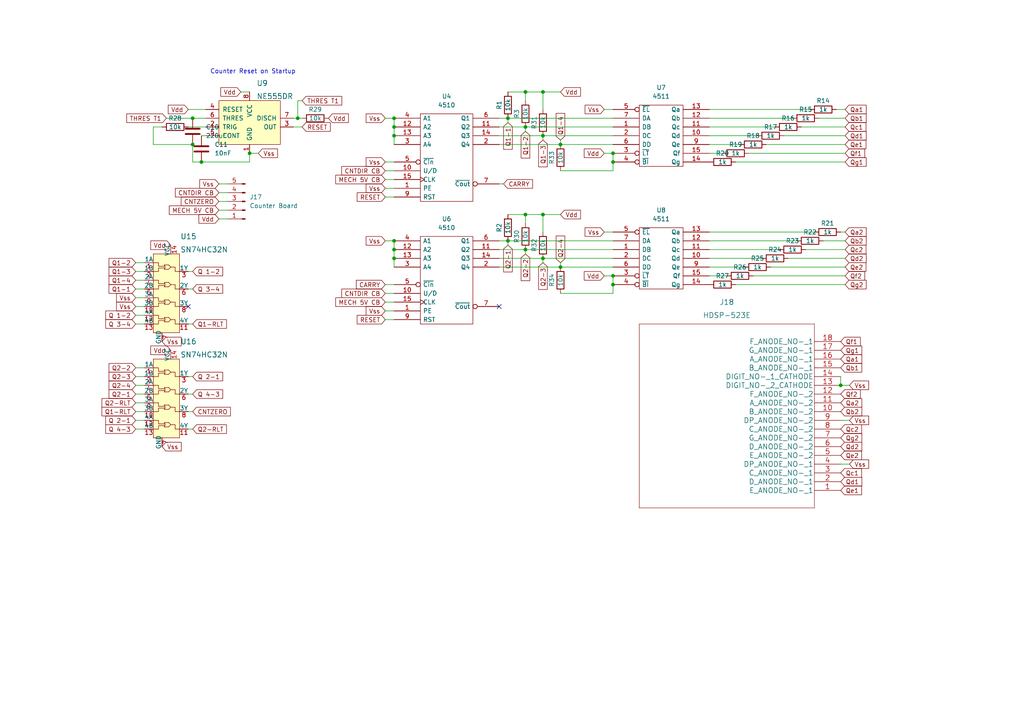
<source format=kicad_sch>
(kicad_sch (version 20211123) (generator eeschema)
  (paper "A4")
  (lib_symbols
    (symbol "2023-02-25_03-15-21:HDSP-523E" (pin_names (offset 0.254))
      (property "Reference" "J" (at 33.02 10.16 0))
      (property "Value" "HDSP-523E" (at 33.02 7.62 0))
      (symbol "HDSP-523E_1_1"
        (polyline (pts (xy 7.62 -48.26) (xy 58.42 -48.26)) (stroke (width 0.127)))
        (polyline (pts (xy 7.62 5.08) (xy 7.62 -48.26)) (stroke (width 0.127)))
        (polyline (pts (xy 58.42 -48.26) (xy 58.42 5.08)) (stroke (width 0.127)))
        (polyline (pts (xy 58.42 5.08) (xy 7.62 5.08)) (stroke (width 0.127)))
        (pin bidirectional line (at 0 0 0) (length 7.62) (name "E_ANODE_NO-_1") (number "1"))
        (pin bidirectional line (at 0 -22.86 0) (length 7.62) (name "B_ANODE_NO-_2") (number "10"))
        (pin bidirectional line (at 0 -25.4 0) (length 7.62) (name "A_ANODE_NO-_2") (number "11"))
        (pin bidirectional line (at 0 -27.94 0) (length 7.62) (name "F_ANODE_NO-_2") (number "12"))
        (pin bidirectional line (at 0 -30.48 0) (length 7.62) (name "DIGIT_NO-_2_CATHODE") (number "13"))
        (pin bidirectional line (at 0 -33.02 0) (length 7.62) (name "DIGIT_NO-_1_CATHODE") (number "14"))
        (pin bidirectional line (at 0 -35.56 0) (length 7.62) (name "B_ANODE_NO-_1") (number "15"))
        (pin bidirectional line (at 0 -38.1 0) (length 7.62) (name "A_ANODE_NO-_1") (number "16"))
        (pin bidirectional line (at 0 -40.64 0) (length 7.62) (name "G_ANODE_NO-_1") (number "17"))
        (pin bidirectional line (at 0 -43.18 0) (length 7.62) (name "F_ANODE_NO-_1") (number "18"))
        (pin bidirectional line (at 0 -2.54 0) (length 7.62) (name "D_ANODE_NO-_1") (number "2"))
        (pin bidirectional line (at 0 -5.08 0) (length 7.62) (name "C_ANODE_NO-_1") (number "3"))
        (pin bidirectional line (at 0 -7.62 0) (length 7.62) (name "DP_ANODE_NO-_1") (number "4"))
        (pin bidirectional line (at 0 -10.16 0) (length 7.62) (name "E_ANODE_NO-_2") (number "5"))
        (pin bidirectional line (at 0 -12.7 0) (length 7.62) (name "D_ANODE_NO-_2") (number "6"))
        (pin unspecified line (at 0 -15.24 0) (length 7.62) (name "G_ANODE_NO-_2") (number "7"))
        (pin bidirectional line (at 0 -17.78 0) (length 7.62) (name "C_ANODE_NO-_2") (number "8"))
        (pin bidirectional line (at 0 -20.32 0) (length 7.62) (name "DP_ANODE_NO-_2") (number "9"))
      )
    )
    (symbol "4xxx_IEEE:4510" (pin_names (offset 0.762))
      (property "Reference" "U" (at 0.508 15.24 0))
      (property "Value" "4510" (at 1.27 -15.24 0))
      (symbol "4510_0_1"
        (rectangle (start -7.62 12.7) (end 7.62 -12.7))
      )
      (symbol "4510_1_1"
        (pin input line (at -15.24 -8.89 0) (length 7.62) (name "PE") (number "1"))
        (pin input line (at -15.24 -3.81 0) (length 7.62) (name "U/D") (number "10"))
        (pin output line (at 15.24 8.89 180) (length 7.62) (name "Q2") (number "11"))
        (pin input line (at -15.24 8.89 0) (length 7.62) (name "A2") (number "12"))
        (pin input line (at -15.24 6.35 0) (length 7.62) (name "A3") (number "13"))
        (pin output line (at 15.24 6.35 180) (length 7.62) (name "Q3") (number "14"))
        (pin input clock (at -15.24 -6.35 0) (length 7.62) (name "CLK") (number "15"))
        (pin power_in line (at 0 12.7 270) (length 0) hide (name "Vdd") (number "16"))
        (pin output line (at 15.24 3.81 180) (length 7.62) (name "Q4") (number "2"))
        (pin input line (at -15.24 3.81 0) (length 7.62) (name "A4") (number "3"))
        (pin input line (at -15.24 11.43 0) (length 7.62) (name "A1") (number "4"))
        (pin input inverted (at -15.24 -1.27 0) (length 7.62) (name "~{Cin}") (number "5"))
        (pin output line (at 15.24 11.43 180) (length 7.62) (name "Q1") (number "6"))
        (pin output inverted (at 15.24 -7.62 180) (length 7.62) (name "~{Cout}") (number "7"))
        (pin power_in line (at 0 -12.7 90) (length 0) hide (name "Vss") (number "8"))
        (pin input line (at -15.24 -11.43 0) (length 7.62) (name "RST") (number "9"))
      )
    )
    (symbol "4xxx_IEEE:4511" (pin_names (offset 0.762))
      (property "Reference" "U" (at 8.89 11.43 0))
      (property "Value" "4511" (at 8.89 -11.43 0))
      (symbol "4511_0_1"
        (rectangle (start -6.35 8.89) (end 6.35 -8.89))
      )
      (symbol "4511_1_1"
        (pin input line (at -13.97 2.54 0) (length 7.62) (name "DB") (number "1"))
        (pin output line (at 13.97 0 180) (length 7.62) (name "Qd") (number "10"))
        (pin output line (at 13.97 2.54 180) (length 7.62) (name "Qc") (number "11"))
        (pin output line (at 13.97 5.08 180) (length 7.62) (name "Qb") (number "12"))
        (pin output line (at 13.97 7.62 180) (length 7.62) (name "Qa") (number "13"))
        (pin output line (at 13.97 -7.62 180) (length 7.62) (name "Qg") (number "14"))
        (pin output line (at 13.97 -5.08 180) (length 7.62) (name "Qf") (number "15"))
        (pin power_in line (at 0 8.89 270) (length 0) hide (name "Vdd") (number "16"))
        (pin input line (at -13.97 0 0) (length 7.62) (name "DC") (number "2"))
        (pin input inverted (at -13.97 -5.08 0) (length 7.62) (name "~{LT}") (number "3"))
        (pin input inverted (at -13.97 -7.62 0) (length 7.62) (name "~{BI}") (number "4"))
        (pin input inverted (at -13.97 7.62 0) (length 7.62) (name "~{EL}") (number "5"))
        (pin input line (at -13.97 -2.54 0) (length 7.62) (name "DD") (number "6"))
        (pin input line (at -13.97 5.08 0) (length 7.62) (name "DA") (number "7"))
        (pin power_in line (at 0 -8.89 90) (length 0) hide (name "Vss") (number "8"))
        (pin output line (at 13.97 -2.54 180) (length 7.62) (name "Qe") (number "9"))
      )
    )
    (symbol "Connector:Conn_01x05_Male" (pin_names (offset 1.016) hide)
      (property "Reference" "J" (at 0 7.62 0))
      (property "Value" "Conn_01x05_Male" (at 0 -7.62 0))
      (symbol "Conn_01x05_Male_1_1"
        (polyline (pts (xy 1.27 -5.08) (xy 0.8636 -5.08)) (stroke (width 0.1524)))
        (polyline (pts (xy 1.27 -2.54) (xy 0.8636 -2.54)) (stroke (width 0.1524)))
        (polyline (pts (xy 1.27 0) (xy 0.8636 0)) (stroke (width 0.1524)))
        (polyline (pts (xy 1.27 2.54) (xy 0.8636 2.54)) (stroke (width 0.1524)))
        (polyline (pts (xy 1.27 5.08) (xy 0.8636 5.08)) (stroke (width 0.1524)))
        (rectangle (start 0.8636 -4.953) (end 0 -5.207) (stroke (width 0.1524)) (fill (type outline)))
        (rectangle (start 0.8636 -2.413) (end 0 -2.667) (stroke (width 0.1524)) (fill (type outline)))
        (rectangle (start 0.8636 0.127) (end 0 -0.127) (stroke (width 0.1524)) (fill (type outline)))
        (rectangle (start 0.8636 2.667) (end 0 2.413) (stroke (width 0.1524)) (fill (type outline)))
        (rectangle (start 0.8636 5.207) (end 0 4.953) (stroke (width 0.1524)) (fill (type outline)))
        (pin passive line (at 5.08 5.08 180) (length 3.81) (name "Pin_1") (number "1"))
        (pin passive line (at 5.08 2.54 180) (length 3.81) (name "Pin_2") (number "2"))
        (pin passive line (at 5.08 0 180) (length 3.81) (name "Pin_3") (number "3"))
        (pin passive line (at 5.08 -2.54 180) (length 3.81) (name "Pin_4") (number "4"))
        (pin passive line (at 5.08 -5.08 180) (length 3.81) (name "Pin_5") (number "5"))
      )
    )
    (symbol "Device:C" (pin_numbers hide) (pin_names (offset 0.254))
      (property "Reference" "C" (at 0.635 2.54 0))
      (property "Value" "C" (at 0.635 -2.54 0))
      (symbol "C_0_1"
        (polyline (pts (xy -2.032 -0.762) (xy 2.032 -0.762)) (stroke (width 0.508)))
        (polyline (pts (xy -2.032 0.762) (xy 2.032 0.762)) (stroke (width 0.508)))
      )
      (symbol "C_1_1"
        (pin passive line (at 0 3.81 270) (length 2.794) (name "~") (number "1"))
        (pin passive line (at 0 -3.81 90) (length 2.794) (name "~") (number "2"))
      )
    )
    (symbol "Device:R" (pin_numbers hide) (pin_names (offset 0))
      (property "Reference" "R" (at 2.032 0 90))
      (property "Value" "R" (at 0 0 90))
      (symbol "R_0_1"
        (rectangle (start -1.016 -2.54) (end 1.016 2.54) (stroke (width 0.254)))
      )
      (symbol "R_1_1"
        (pin passive line (at 0 3.81 270) (length 1.27) (name "~") (number "1"))
        (pin passive line (at 0 -3.81 90) (length 1.27) (name "~") (number "2"))
      )
    )
    (symbol "dk_Clock-Timing-Programmable-Timers-and-Oscillators:NE555DR" (pin_names (offset 1.016))
      (property "Reference" "U" (at -8.89 1.27 0))
      (property "Value" "NE555DR" (at 1.27 -13.97 0))
      (symbol "NE555DR_0_1"
        (rectangle (start -8.89 0) (end 8.89 -12.7) (fill (type background)))
      )
      (symbol "NE555DR_1_1"
        (pin power_in line (at 0 -15.24 90) (length 2.54) (name "GND") (number "1"))
        (pin input line (at -12.7 -7.62 0) (length 3.81) (name "TRIG") (number "2"))
        (pin output line (at 12.7 -7.62 180) (length 3.81) (name "OUT") (number "3"))
        (pin input line (at -12.7 -2.54 0) (length 3.81) (name "RESET") (number "4"))
        (pin bidirectional line (at -12.7 -10.16 0) (length 3.81) (name "CONT") (number "5"))
        (pin input line (at -12.7 -5.08 0) (length 3.81) (name "THRES") (number "6"))
        (pin output line (at 12.7 -5.08 180) (length 3.81) (name "DISCH") (number "7"))
        (pin power_in line (at 0 2.54 270) (length 2.54) (name "VCC") (number "8"))
      )
    )
    (symbol "dk_Logic-Gates-and-Inverters:SN74HC32N" (pin_names (offset 0))
      (property "Reference" "U" (at -2.54 6.096 0))
      (property "Value" "SN74HC32N" (at -0.508 -19.05 0))
      (symbol "SN74HC32N_0_1"
        (rectangle (start -5.08 5.08) (end 2.54 -17.78) (fill (type background)))
        (arc (start -1.905 -14.605) (mid -1.642 -13.97) (end -1.905 -13.335))
        (arc (start -1.905 -9.525) (mid -1.642 -8.89) (end -1.905 -8.255))
        (arc (start -1.905 -4.445) (mid -1.642 -3.81) (end -1.905 -3.175))
        (arc (start -1.905 0.635) (mid -1.642 1.27) (end -1.905 1.905))
        (polyline (pts (xy -1.905 -14.224) (xy -1.778 -14.224)))
        (polyline (pts (xy -1.905 -13.716) (xy -1.778 -13.716)))
        (polyline (pts (xy -1.905 -9.144) (xy -1.778 -9.144)))
        (polyline (pts (xy -1.905 -8.636) (xy -1.778 -8.636)))
        (polyline (pts (xy -1.905 -4.064) (xy -1.778 -4.064)))
        (polyline (pts (xy -1.905 -3.556) (xy -1.778 -3.556)))
        (polyline (pts (xy -1.905 1.016) (xy -1.778 1.016)))
        (polyline (pts (xy -1.905 1.524) (xy -1.778 1.524)))
        (polyline (pts (xy -0.635 -14.605) (xy -1.905 -14.605)))
        (polyline (pts (xy -0.635 -13.335) (xy -1.905 -13.335)))
        (polyline (pts (xy -0.635 -9.525) (xy -1.905 -9.525)))
        (polyline (pts (xy -0.635 -8.255) (xy -1.905 -8.255)))
        (polyline (pts (xy -0.635 -4.445) (xy -1.905 -4.445)))
        (polyline (pts (xy -0.635 -3.175) (xy -1.905 -3.175)))
        (polyline (pts (xy -0.635 0.635) (xy -1.905 0.635)))
        (polyline (pts (xy -0.635 1.905) (xy -1.905 1.905)))
        (polyline (pts (xy -0.635 -13.335) (xy 0 -13.97) (xy -0.635 -14.605)))
        (polyline (pts (xy -0.635 -8.255) (xy 0 -8.89) (xy -0.635 -9.525)))
        (polyline (pts (xy -0.635 -3.175) (xy 0 -3.81) (xy -0.635 -4.445)))
        (polyline (pts (xy -0.635 1.905) (xy 0 1.27) (xy -0.635 0.635)))
        (polyline (pts (xy -5.08 -15.24) (xy -3.556 -15.24) (xy -3.556 -14.224) (xy -1.905 -14.224)))
        (polyline (pts (xy -5.08 -10.16) (xy -3.556 -10.16) (xy -3.556 -9.144) (xy -1.905 -9.144)))
        (polyline (pts (xy -5.08 -5.08) (xy -3.556 -5.08) (xy -3.556 -4.064) (xy -1.905 -4.064)))
        (polyline (pts (xy -5.08 0) (xy -3.556 0) (xy -3.556 1.016) (xy -1.905 1.016)))
        (polyline (pts (xy -1.905 -13.716) (xy -3.556 -13.716) (xy -3.556 -12.7) (xy -5.08 -12.7)))
        (polyline (pts (xy -1.905 -8.636) (xy -3.556 -8.636) (xy -3.556 -7.62) (xy -5.08 -7.62)))
        (polyline (pts (xy -1.905 -3.556) (xy -3.556 -3.556) (xy -3.556 -2.54) (xy -5.08 -2.54)))
        (polyline (pts (xy -1.905 1.524) (xy -3.556 1.524) (xy -3.556 2.54) (xy -5.08 2.54)))
        (polyline (pts (xy 2.54 -15.24) (xy 1.27 -15.24) (xy 1.27 -13.97) (xy 0 -13.97)))
        (polyline (pts (xy 2.54 -10.16) (xy 1.27 -10.16) (xy 1.27 -8.89) (xy 0 -8.89)))
        (polyline (pts (xy 2.54 -5.08) (xy 1.27 -5.08) (xy 1.27 -3.81) (xy 0 -3.81)))
        (polyline (pts (xy 2.54 0) (xy 1.27 0) (xy 1.27 1.27) (xy 0 1.27)))
      )
      (symbol "SN74HC32N_1_1"
        (pin input line (at -7.62 2.54 0) (length 2.54) (name "1A") (number "1"))
        (pin input line (at -7.62 -10.16 0) (length 2.54) (name "3B") (number "10"))
        (pin output line (at 5.08 -15.24 180) (length 2.54) (name "4Y") (number "11"))
        (pin input line (at -7.62 -12.7 0) (length 2.54) (name "4A") (number "12"))
        (pin input line (at -7.62 -15.24 0) (length 2.54) (name "4B") (number "13"))
        (pin power_in line (at 0 7.62 270) (length 2.54) (name "VCC") (number "14"))
        (pin input line (at -7.62 0 0) (length 2.54) (name "1B") (number "2"))
        (pin output line (at 5.08 0 180) (length 2.54) (name "1Y") (number "3"))
        (pin input line (at -7.62 -2.54 0) (length 2.54) (name "2A") (number "4"))
        (pin input line (at -7.62 -5.08 0) (length 2.54) (name "2B") (number "5"))
        (pin output line (at 5.08 -5.08 180) (length 2.54) (name "2Y") (number "6"))
        (pin power_in line (at -2.54 -20.32 90) (length 2.54) (name "GND") (number "7"))
        (pin output line (at 5.08 -10.16 180) (length 2.54) (name "3Y") (number "8"))
        (pin input line (at -7.62 -7.62 0) (length 2.54) (name "3A") (number "9"))
      )
    )
  )
  (junction (at 114.3 74.93))
  (junction (at 86.36 34.29))
  (junction (at 177.8 82.55))
  (junction (at 72.39 44.45))
  (junction (at 157.48 26.67))
  (junction (at 114.3 36.83))
  (junction (at 157.48 74.93))
  (junction (at 152.4 26.67))
  (junction (at 58.42 46.99))
  (junction (at 152.4 62.23))
  (junction (at 147.32 69.85))
  (junction (at 114.3 34.29))
  (junction (at 114.3 72.39))
  (junction (at 114.3 39.37))
  (junction (at 162.56 41.91))
  (junction (at 55.88 34.29))
  (junction (at 162.56 77.47))
  (junction (at 243.84 111.76))
  (junction (at 152.4 72.39))
  (junction (at 177.8 46.99))
  (junction (at 157.48 39.37))
  (junction (at 152.4 36.83))
  (junction (at 114.3 69.85))
  (junction (at 157.48 62.23))
  (junction (at 147.32 34.29))
  (junction (at 55.88 41.91))
  (junction (at 177.8 44.45))
  (junction (at 177.8 80.01))
  (no_connect (at 144.78 88.9))
  (no_connect (at 54.61 88.9))
  (wire (pts (xy 39.37 83.82) (xy 41.91 83.82)))
  (wire (pts (xy 213.36 46.99) (xy 245.11 46.99)))
  (wire (pts (xy 63.5 63.5) (xy 66.04 63.5)))
  (wire (pts (xy 227.33 39.37) (xy 245.11 39.37)))
  (wire (pts (xy 243.84 121.92) (xy 246.38 121.92)))
  (wire (pts (xy 44.45 41.91) (xy 55.88 41.91)))
  (wire (pts (xy 144.78 36.83) (xy 152.4 36.83)))
  (wire (pts (xy 205.74 39.37) (xy 219.71 39.37)))
  (wire (pts (xy 157.48 62.23) (xy 157.48 67.31)))
  (wire (pts (xy 205.74 36.83) (xy 224.79 36.83)))
  (wire (pts (xy 144.78 53.34) (xy 146.05 53.34)))
  (wire (pts (xy 86.36 34.29) (xy 87.63 34.29)))
  (wire (pts (xy 177.8 82.55) (xy 177.8 85.09)))
  (wire (pts (xy 39.37 111.76) (xy 41.91 111.76)))
  (wire (pts (xy 39.37 124.46) (xy 41.91 124.46)))
  (wire (pts (xy 157.48 74.93) (xy 177.8 74.93)))
  (wire (pts (xy 157.48 62.23) (xy 162.56 62.23)))
  (wire (pts (xy 177.8 85.09) (xy 162.56 85.09)))
  (wire (pts (xy 147.32 34.29) (xy 177.8 34.29)))
  (wire (pts (xy 54.61 31.75) (xy 59.69 31.75)))
  (wire (pts (xy 144.78 34.29) (xy 147.32 34.29)))
  (wire (pts (xy 147.32 62.23) (xy 152.4 62.23)))
  (wire (pts (xy 54.61 114.3) (xy 55.88 114.3)))
  (wire (pts (xy 85.09 34.29) (xy 86.36 34.29)))
  (wire (pts (xy 111.76 90.17) (xy 114.3 90.17)))
  (wire (pts (xy 144.78 77.47) (xy 162.56 77.47)))
  (wire (pts (xy 205.74 77.47) (xy 215.9 77.47)))
  (wire (pts (xy 152.4 26.67) (xy 157.48 26.67)))
  (wire (pts (xy 157.48 26.67) (xy 157.48 31.75)))
  (wire (pts (xy 111.76 34.29) (xy 114.3 34.29)))
  (wire (pts (xy 157.48 39.37) (xy 177.8 39.37)))
  (wire (pts (xy 175.26 44.45) (xy 177.8 44.45)))
  (wire (pts (xy 205.74 41.91) (xy 214.63 41.91)))
  (wire (pts (xy 177.8 44.45) (xy 177.8 46.99)))
  (wire (pts (xy 72.39 44.45) (xy 74.93 44.45)))
  (wire (pts (xy 39.37 81.28) (xy 41.91 81.28)))
  (wire (pts (xy 111.76 49.53) (xy 114.3 49.53)))
  (wire (pts (xy 39.37 78.74) (xy 41.91 78.74)))
  (wire (pts (xy 147.32 69.85) (xy 177.8 69.85)))
  (wire (pts (xy 54.61 78.74) (xy 55.88 78.74)))
  (wire (pts (xy 63.5 58.42) (xy 66.04 58.42)))
  (wire (pts (xy 54.61 93.98) (xy 55.88 93.98)))
  (wire (pts (xy 162.56 76.2) (xy 162.56 77.47)))
  (wire (pts (xy 238.76 69.85) (xy 245.11 69.85)))
  (wire (pts (xy 162.56 77.47) (xy 177.8 77.47)))
  (wire (pts (xy 111.76 52.07) (xy 114.3 52.07)))
  (wire (pts (xy 72.39 46.99) (xy 72.39 44.45)))
  (wire (pts (xy 55.88 46.99) (xy 58.42 46.99)))
  (wire (pts (xy 243.84 109.22) (xy 243.84 111.76)))
  (wire (pts (xy 205.74 72.39) (xy 226.06 72.39)))
  (wire (pts (xy 114.3 34.29) (xy 114.3 36.83)))
  (wire (pts (xy 144.78 69.85) (xy 147.32 69.85)))
  (wire (pts (xy 114.3 39.37) (xy 114.3 41.91)))
  (wire (pts (xy 39.37 116.84) (xy 41.91 116.84)))
  (wire (pts (xy 111.76 57.15) (xy 114.3 57.15)))
  (wire (pts (xy 39.37 114.3) (xy 41.91 114.3)))
  (wire (pts (xy 152.4 72.39) (xy 152.4 73.66)))
  (wire (pts (xy 111.76 87.63) (xy 114.3 87.63)))
  (wire (pts (xy 54.61 119.38) (xy 55.88 119.38)))
  (wire (pts (xy 111.76 69.85) (xy 114.3 69.85)))
  (wire (pts (xy 232.41 36.83) (xy 245.11 36.83)))
  (wire (pts (xy 147.32 34.29) (xy 147.32 35.56)))
  (wire (pts (xy 205.74 44.45) (xy 209.55 44.45)))
  (wire (pts (xy 39.37 76.2) (xy 41.91 76.2)))
  (wire (pts (xy 144.78 74.93) (xy 157.48 74.93)))
  (wire (pts (xy 39.37 91.44) (xy 41.91 91.44)))
  (wire (pts (xy 58.42 39.37) (xy 59.69 39.37)))
  (wire (pts (xy 54.61 109.22) (xy 55.88 109.22)))
  (wire (pts (xy 152.4 72.39) (xy 177.8 72.39)))
  (wire (pts (xy 177.8 80.01) (xy 175.26 80.01)))
  (wire (pts (xy 152.4 36.83) (xy 152.4 38.1)))
  (wire (pts (xy 157.48 39.37) (xy 157.48 40.64)))
  (wire (pts (xy 54.61 36.83) (xy 59.69 36.83)))
  (wire (pts (xy 39.37 109.22) (xy 41.91 109.22)))
  (wire (pts (xy 237.49 34.29) (xy 245.11 34.29)))
  (wire (pts (xy 218.44 80.01) (xy 245.11 80.01)))
  (wire (pts (xy 243.84 111.76) (xy 246.38 111.76)))
  (wire (pts (xy 147.32 69.85) (xy 147.32 71.12)))
  (wire (pts (xy 54.61 83.82) (xy 55.88 83.82)))
  (wire (pts (xy 175.26 31.75) (xy 177.8 31.75)))
  (wire (pts (xy 87.63 29.21) (xy 86.36 29.21)))
  (wire (pts (xy 111.76 85.09) (xy 114.3 85.09)))
  (wire (pts (xy 217.17 44.45) (xy 245.11 44.45)))
  (wire (pts (xy 58.42 46.99) (xy 72.39 46.99)))
  (wire (pts (xy 63.5 53.34) (xy 66.04 53.34)))
  (wire (pts (xy 63.5 60.96) (xy 66.04 60.96)))
  (wire (pts (xy 157.48 26.67) (xy 162.56 26.67)))
  (wire (pts (xy 85.09 36.83) (xy 87.63 36.83)))
  (wire (pts (xy 243.84 67.31) (xy 245.11 67.31)))
  (wire (pts (xy 162.56 40.64) (xy 162.56 41.91)))
  (wire (pts (xy 175.26 67.31) (xy 177.8 67.31)))
  (wire (pts (xy 205.74 31.75) (xy 234.95 31.75)))
  (wire (pts (xy 205.74 67.31) (xy 236.22 67.31)))
  (wire (pts (xy 213.36 82.55) (xy 245.11 82.55)))
  (wire (pts (xy 144.78 41.91) (xy 162.56 41.91)))
  (wire (pts (xy 177.8 49.53) (xy 177.8 46.99)))
  (wire (pts (xy 157.48 74.93) (xy 157.48 76.2)))
  (wire (pts (xy 111.76 46.99) (xy 114.3 46.99)))
  (wire (pts (xy 39.37 93.98) (xy 41.91 93.98)))
  (wire (pts (xy 55.88 34.29) (xy 59.69 34.29)))
  (wire (pts (xy 111.76 82.55) (xy 114.3 82.55)))
  (wire (pts (xy 46.99 36.83) (xy 44.45 36.83)))
  (wire (pts (xy 63.5 55.88) (xy 66.04 55.88)))
  (wire (pts (xy 205.74 34.29) (xy 229.87 34.29)))
  (wire (pts (xy 152.4 26.67) (xy 152.4 29.21)))
  (wire (pts (xy 243.84 134.62) (xy 246.38 134.62)))
  (wire (pts (xy 55.88 41.91) (xy 55.88 46.99)))
  (wire (pts (xy 205.74 80.01) (xy 210.82 80.01)))
  (wire (pts (xy 152.4 62.23) (xy 152.4 64.77)))
  (wire (pts (xy 39.37 88.9) (xy 41.91 88.9)))
  (wire (pts (xy 111.76 54.61) (xy 114.3 54.61)))
  (wire (pts (xy 144.78 72.39) (xy 152.4 72.39)))
  (wire (pts (xy 205.74 69.85) (xy 231.14 69.85)))
  (wire (pts (xy 152.4 36.83) (xy 177.8 36.83)))
  (wire (pts (xy 205.74 74.93) (xy 220.98 74.93)))
  (wire (pts (xy 228.6 74.93) (xy 245.11 74.93)))
  (wire (pts (xy 144.78 39.37) (xy 157.48 39.37)))
  (wire (pts (xy 69.85 26.67) (xy 72.39 26.67)))
  (wire (pts (xy 114.3 74.93) (xy 114.3 77.47)))
  (wire (pts (xy 152.4 62.23) (xy 157.48 62.23)))
  (wire (pts (xy 222.25 41.91) (xy 245.11 41.91)))
  (wire (pts (xy 223.52 77.47) (xy 245.11 77.47)))
  (wire (pts (xy 147.32 26.67) (xy 152.4 26.67)))
  (wire (pts (xy 39.37 86.36) (xy 41.91 86.36)))
  (wire (pts (xy 114.3 36.83) (xy 114.3 39.37)))
  (wire (pts (xy 111.76 92.71) (xy 114.3 92.71)))
  (wire (pts (xy 86.36 29.21) (xy 86.36 34.29)))
  (wire (pts (xy 39.37 119.38) (xy 41.91 119.38)))
  (wire (pts (xy 177.8 82.55) (xy 177.8 80.01)))
  (wire (pts (xy 48.26 34.29) (xy 55.88 34.29)))
  (wire (pts (xy 114.3 72.39) (xy 114.3 74.93)))
  (wire (pts (xy 233.68 72.39) (xy 245.11 72.39)))
  (wire (pts (xy 39.37 121.92) (xy 41.91 121.92)))
  (wire (pts (xy 44.45 36.83) (xy 44.45 41.91)))
  (wire (pts (xy 114.3 69.85) (xy 114.3 72.39)))
  (wire (pts (xy 54.61 124.46) (xy 55.88 124.46)))
  (wire (pts (xy 162.56 49.53) (xy 177.8 49.53)))
  (wire (pts (xy 39.37 106.68) (xy 41.91 106.68)))
  (wire (pts (xy 162.56 41.91) (xy 177.8 41.91)))
  (wire (pts (xy 242.57 31.75) (xy 245.11 31.75)))
  (text "Counter Reset on Startup" (at 60.96 21.59 0) (effects (font (size 1.27 1.27)) (justify left bottom)))
  (global_label "Q1-4" (shape input) (at 162.56 40.64 90) (property "Intersheet References" "${INTERSHEET_REFS}" (effects hide)))
  (global_label "Q1-2" (shape input) (at 39.37 76.2 180) (property "Intersheet References" "${INTERSHEET_REFS}" (effects hide)))
  (global_label "Vss" (shape input) (at 111.76 54.61 180) (property "Intersheet References" "${INTERSHEET_REFS}" (effects hide)))
  (global_label "Q2-1" (shape input) (at 39.37 114.3 180) (property "Intersheet References" "${INTERSHEET_REFS}" (effects hide)))
  (global_label "Q1-1" (shape input) (at 147.32 35.56 270) (property "Intersheet References" "${INTERSHEET_REFS}" (effects hide)))
  (global_label "Vdd" (shape input) (at 162.56 62.23 0) (property "Intersheet References" "${INTERSHEET_REFS}" (effects hide)))
  (global_label "Vss" (shape input) (at 175.26 67.31 180) (property "Intersheet References" "${INTERSHEET_REFS}" (effects hide)))
  (global_label "Q2-2" (shape input) (at 39.37 106.68 180) (property "Intersheet References" "${INTERSHEET_REFS}" (effects hide)))
  (global_label "THRES T1" (shape input) (at 48.26 34.29 180) (property "Intersheet References" "${INTERSHEET_REFS}" (effects hide)))
  (global_label "Qc2" (shape input) (at 245.11 72.39 0) (property "Intersheet References" "${INTERSHEET_REFS}" (effects hide)))
  (global_label "Vdd" (shape input) (at 63.5 63.5 180) (property "Intersheet References" "${INTERSHEET_REFS}" (effects hide)))
  (global_label "Qb1" (shape input) (at 245.11 34.29 0) (property "Intersheet References" "${INTERSHEET_REFS}" (effects hide)))
  (global_label "Qd1" (shape input) (at 245.11 39.37 0) (property "Intersheet References" "${INTERSHEET_REFS}" (effects hide)))
  (global_label "Q 4-3" (shape input) (at 39.37 124.46 180) (property "Intersheet References" "${INTERSHEET_REFS}" (effects hide)))
  (global_label "Q 2-1" (shape input) (at 55.88 109.22 0) (property "Intersheet References" "${INTERSHEET_REFS}" (effects hide)))
  (global_label "Q2-2" (shape input) (at 152.4 73.66 270) (property "Intersheet References" "${INTERSHEET_REFS}" (effects hide)))
  (global_label "Vss" (shape input) (at 39.37 86.36 180) (property "Intersheet References" "${INTERSHEET_REFS}" (effects hide)))
  (global_label "Qc1" (shape input) (at 243.84 137.16 0) (property "Intersheet References" "${INTERSHEET_REFS}" (effects hide)))
  (global_label "Q2-RLT" (shape input) (at 55.88 124.46 0) (property "Intersheet References" "${INTERSHEET_REFS}" (effects hide)))
  (global_label "Q 2-1" (shape input) (at 39.37 121.92 180) (property "Intersheet References" "${INTERSHEET_REFS}" (effects hide)))
  (global_label "Qe2" (shape input) (at 245.11 77.47 0) (property "Intersheet References" "${INTERSHEET_REFS}" (effects hide)))
  (global_label "Vss" (shape input) (at 46.99 129.54 0) (property "Intersheet References" "${INTERSHEET_REFS}" (effects hide)))
  (global_label "CARRY" (shape input) (at 146.05 53.34 0) (property "Intersheet References" "${INTERSHEET_REFS}" (effects hide)))
  (global_label "Vss" (shape input) (at 246.38 121.92 0) (property "Intersheet References" "${INTERSHEET_REFS}" (effects hide)))
  (global_label "Qf2" (shape input) (at 243.84 114.3 0) (property "Intersheet References" "${INTERSHEET_REFS}" (effects hide)))
  (global_label "Qf2" (shape input) (at 245.11 80.01 0) (property "Intersheet References" "${INTERSHEET_REFS}" (effects hide)))
  (global_label "Qg1" (shape input) (at 243.84 101.6 0) (property "Intersheet References" "${INTERSHEET_REFS}" (effects hide)))
  (global_label "Qb2" (shape input) (at 243.84 119.38 0) (property "Intersheet References" "${INTERSHEET_REFS}" (effects hide)))
  (global_label "Vdd" (shape input) (at 175.26 80.01 180) (property "Intersheet References" "${INTERSHEET_REFS}" (effects hide)))
  (global_label "Q1-3" (shape input) (at 39.37 78.74 180) (property "Intersheet References" "${INTERSHEET_REFS}" (effects hide)))
  (global_label "Qd2" (shape input) (at 245.11 74.93 0) (property "Intersheet References" "${INTERSHEET_REFS}" (effects hide)))
  (global_label "Qa2" (shape input) (at 243.84 116.84 0) (property "Intersheet References" "${INTERSHEET_REFS}" (effects hide)))
  (global_label "Q1-4" (shape input) (at 39.37 81.28 180) (property "Intersheet References" "${INTERSHEET_REFS}" (effects hide)))
  (global_label "Qf1" (shape input) (at 243.84 99.06 0) (property "Intersheet References" "${INTERSHEET_REFS}" (effects hide)))
  (global_label "RESET" (shape input) (at 111.76 57.15 180) (property "Intersheet References" "${INTERSHEET_REFS}" (effects hide)))
  (global_label "Q 3-4" (shape input) (at 39.37 93.98 180) (property "Intersheet References" "${INTERSHEET_REFS}" (effects hide)))
  (global_label "Vss" (shape input) (at 46.99 99.06 0) (property "Intersheet References" "${INTERSHEET_REFS}" (effects hide)))
  (global_label "Qa1" (shape input) (at 243.84 104.14 0) (property "Intersheet References" "${INTERSHEET_REFS}" (effects hide)))
  (global_label "Q1-2" (shape input) (at 152.4 38.1 270) (property "Intersheet References" "${INTERSHEET_REFS}" (effects hide)))
  (global_label "THRES T1" (shape input) (at 87.63 29.21 0) (property "Intersheet References" "${INTERSHEET_REFS}" (effects hide)))
  (global_label "Vss" (shape input) (at 111.76 34.29 180) (property "Intersheet References" "${INTERSHEET_REFS}" (effects hide)))
  (global_label "Vdd" (shape input) (at 95.25 34.29 0) (property "Intersheet References" "${INTERSHEET_REFS}" (effects hide)))
  (global_label "Q1-RLT" (shape input) (at 55.88 93.98 0) (property "Intersheet References" "${INTERSHEET_REFS}" (effects hide)))
  (global_label "RESET" (shape input) (at 111.76 92.71 180) (property "Intersheet References" "${INTERSHEET_REFS}" (effects hide)))
  (global_label "Vss" (shape input) (at 63.5 53.34 180) (property "Intersheet References" "${INTERSHEET_REFS}" (effects hide)))
  (global_label "RESET" (shape input) (at 87.63 36.83 0) (property "Intersheet References" "${INTERSHEET_REFS}" (effects hide)))
  (global_label "MECH 5V CB" (shape input) (at 111.76 87.63 180) (property "Intersheet References" "${INTERSHEET_REFS}" (effects hide)))
  (global_label "CNTZERO" (shape input) (at 63.5 58.42 180) (property "Intersheet References" "${INTERSHEET_REFS}" (effects hide)))
  (global_label "Vss" (shape input) (at 175.26 31.75 180) (property "Intersheet References" "${INTERSHEET_REFS}" (effects hide)))
  (global_label "Vdd" (shape input) (at 175.26 44.45 180) (property "Intersheet References" "${INTERSHEET_REFS}" (effects hide)))
  (global_label "Vss" (shape input) (at 246.38 111.76 0) (property "Intersheet References" "${INTERSHEET_REFS}" (effects hide)))
  (global_label "Qb1" (shape input) (at 243.84 106.68 0) (property "Intersheet References" "${INTERSHEET_REFS}" (effects hide)))
  (global_label "Q1-3" (shape input) (at 157.48 40.64 270) (property "Intersheet References" "${INTERSHEET_REFS}" (effects hide)))
  (global_label "Q1-1" (shape input) (at 39.37 83.82 180) (property "Intersheet References" "${INTERSHEET_REFS}" (effects hide)))
  (global_label "CNTZERO" (shape input) (at 55.88 119.38 0) (property "Intersheet References" "${INTERSHEET_REFS}" (effects hide)))
  (global_label "Qa2" (shape input) (at 245.11 67.31 0) (property "Intersheet References" "${INTERSHEET_REFS}" (effects hide)))
  (global_label "Vdd" (shape input) (at 162.56 26.67 0) (property "Intersheet References" "${INTERSHEET_REFS}" (effects hide)))
  (global_label "Vdd" (shape input) (at 69.85 26.67 180) (property "Intersheet References" "${INTERSHEET_REFS}" (effects hide)))
  (global_label "Qe1" (shape input) (at 243.84 142.24 0) (property "Intersheet References" "${INTERSHEET_REFS}" (effects hide)))
  (global_label "Q1-RLT" (shape input) (at 39.37 119.38 180) (property "Intersheet References" "${INTERSHEET_REFS}" (effects hide)))
  (global_label "CNTDIR CB" (shape input) (at 63.5 55.88 180) (property "Intersheet References" "${INTERSHEET_REFS}" (effects hide)))
  (global_label "Qd2" (shape input) (at 243.84 129.54 0) (property "Intersheet References" "${INTERSHEET_REFS}" (effects hide)))
  (global_label "MECH 5V CB" (shape input) (at 111.76 52.07 180) (property "Intersheet References" "${INTERSHEET_REFS}" (effects hide)))
  (global_label "Qe1" (shape input) (at 245.11 41.91 0) (property "Intersheet References" "${INTERSHEET_REFS}" (effects hide)))
  (global_label "Vss" (shape input) (at 111.76 69.85 180) (property "Intersheet References" "${INTERSHEET_REFS}" (effects hide)))
  (global_label "Vdd" (shape input) (at 49.53 101.6 180) (property "Intersheet References" "${INTERSHEET_REFS}" (effects hide)))
  (global_label "Vss" (shape input) (at 74.93 44.45 0) (property "Intersheet References" "${INTERSHEET_REFS}" (effects hide)))
  (global_label "Qa1" (shape input) (at 245.11 31.75 0) (property "Intersheet References" "${INTERSHEET_REFS}" (effects hide)))
  (global_label "MECH 5V CB" (shape input) (at 63.5 60.96 180) (property "Intersheet References" "${INTERSHEET_REFS}" (effects hide)))
  (global_label "Qb2" (shape input) (at 245.11 69.85 0) (property "Intersheet References" "${INTERSHEET_REFS}" (effects hide)))
  (global_label "Qd1" (shape input) (at 243.84 139.7 0) (property "Intersheet References" "${INTERSHEET_REFS}" (effects hide)))
  (global_label "Qc2" (shape input) (at 243.84 124.46 0) (property "Intersheet References" "${INTERSHEET_REFS}" (effects hide)))
  (global_label "CNTDIR CB" (shape input) (at 111.76 49.53 180) (property "Intersheet References" "${INTERSHEET_REFS}" (effects hide)))
  (global_label "CNTDIR CB" (shape input) (at 111.76 85.09 180) (property "Intersheet References" "${INTERSHEET_REFS}" (effects hide)))
  (global_label "Q2-3" (shape input) (at 39.37 109.22 180) (property "Intersheet References" "${INTERSHEET_REFS}" (effects hide)))
  (global_label "Vss" (shape input) (at 111.76 90.17 180) (property "Intersheet References" "${INTERSHEET_REFS}" (effects hide)))
  (global_label "Qg2" (shape input) (at 243.84 127 0) (property "Intersheet References" "${INTERSHEET_REFS}" (effects hide)))
  (global_label "Q 1-2" (shape input) (at 55.88 78.74 0) (property "Intersheet References" "${INTERSHEET_REFS}" (effects hide)))
  (global_label "Q2-RLT" (shape input) (at 39.37 116.84 180) (property "Intersheet References" "${INTERSHEET_REFS}" (effects hide)))
  (global_label "Q 1-2" (shape input) (at 39.37 91.44 180) (property "Intersheet References" "${INTERSHEET_REFS}" (effects hide)))
  (global_label "Q 3-4" (shape input) (at 55.88 83.82 0) (property "Intersheet References" "${INTERSHEET_REFS}" (effects hide)))
  (global_label "Q2-4" (shape input) (at 39.37 111.76 180) (property "Intersheet References" "${INTERSHEET_REFS}" (effects hide)))
  (global_label "Qc1" (shape input) (at 245.11 36.83 0) (property "Intersheet References" "${INTERSHEET_REFS}" (effects hide)))
  (global_label "Qg2" (shape input) (at 245.11 82.55 0) (property "Intersheet References" "${INTERSHEET_REFS}" (effects hide)))
  (global_label "Q2-3" (shape input) (at 157.48 76.2 270) (property "Intersheet References" "${INTERSHEET_REFS}" (effects hide)))
  (global_label "Qe2" (shape input) (at 243.84 132.08 0) (property "Intersheet References" "${INTERSHEET_REFS}" (effects hide)))
  (global_label "Q 4-3" (shape input) (at 55.88 114.3 0) (property "Intersheet References" "${INTERSHEET_REFS}" (effects hide)))
  (global_label "Qg1" (shape input) (at 245.11 46.99 0) (property "Intersheet References" "${INTERSHEET_REFS}" (effects hide)))
  (global_label "Vdd" (shape input) (at 49.53 71.12 180) (property "Intersheet References" "${INTERSHEET_REFS}" (effects hide)))
  (global_label "Qf1" (shape input) (at 245.11 44.45 0) (property "Intersheet References" "${INTERSHEET_REFS}" (effects hide)))
  (global_label "CARRY" (shape input) (at 111.76 82.55 180) (property "Intersheet References" "${INTERSHEET_REFS}" (effects hide)))
  (global_label "Vss" (shape input) (at 246.38 134.62 0) (property "Intersheet References" "${INTERSHEET_REFS}" (effects hide)))
  (global_label "Vdd" (shape input) (at 54.61 31.75 180) (property "Intersheet References" "${INTERSHEET_REFS}" (effects hide)))
  (global_label "Vss" (shape input) (at 111.76 46.99 180) (property "Intersheet References" "${INTERSHEET_REFS}" (effects hide)))
  (global_label "Vss" (shape input) (at 39.37 88.9 180) (property "Intersheet References" "${INTERSHEET_REFS}" (effects hide)))
  (global_label "Q2-4" (shape input) (at 162.56 76.2 90) (property "Intersheet References" "${INTERSHEET_REFS}" (effects hide)))
  (global_label "Q2-1" (shape input) (at 147.32 71.12 270) (property "Intersheet References" "${INTERSHEET_REFS}" (effects hide)))
  (symbol (lib_id "Device:R") (at 147.32 30.48 0) (unit 1)
    (property "Reference" "R1" (at 144.78 30.48 90))
    (property "Value" "10k" (at 147.32 30.48 90))
    (property "Footprint" "Resistor_SMD:R_1206_3216Metric" (effects hide))
  )
  (symbol (lib_id "Device:C") (at 58.42 43.18 0) (unit 1)
    (property "Reference" "C11" (at 62.23 41.9099 0) (effects (justify left)))
    (property "Value" "10nF" (at 62.23 44.4499 0) (effects (justify left)))
    (property "Footprint" "Capacitor_SMD:C_1206_3216Metric" (effects hide))
  )
  (symbol (lib_id "Device:R") (at 91.44 34.29 270) (unit 1)
    (property "Reference" "R29" (at 91.44 31.75 90))
    (property "Value" "10k" (at 91.44 34.29 90))
    (property "Footprint" "Resistor_SMD:R_1206_3216Metric" (effects hide))
  )
  (symbol (lib_id "Device:R") (at 224.79 74.93 270) (unit 1)
    (property "Reference" "R24" (at 224.79 72.39 90))
    (property "Value" "1k" (at 224.79 74.93 90))
    (property "Footprint" "Resistor_SMD:R_1206_3216Metric" (effects hide))
  )
  (symbol (lib_id "Device:R") (at 219.71 77.47 270) (unit 1)
    (property "Reference" "R25" (at 219.71 74.93 90))
    (property "Value" "1k" (at 219.71 77.47 90))
    (property "Footprint" "Resistor_SMD:R_1206_3216Metric" (effects hide))
  )
  (symbol (lib_id "4xxx_IEEE:4510") (at 129.54 45.72 0) (unit 1)
    (property "Reference" "U4" (at 129.54 27.94 0))
    (property "Value" "4510" (at 129.54 30.48 0))
    (property "Footprint" "digikey-footprints:SOIC-16_W3.90mm" (effects hide))
  )
  (symbol (lib_id "4xxx_IEEE:4511") (at 191.77 74.93 0) (unit 1)
    (property "Reference" "U8" (at 191.77 60.96 0))
    (property "Value" "4511" (at 191.77 63.5 0))
    (property "Footprint" "digikey-footprints:SOIC-16_W3.90mm" (effects hide))
  )
  (symbol (lib_id "dk_Logic-Gates-and-Inverters:SN74HC32N") (at 49.53 78.74 0) (unit 1)
    (property "Reference" "U15" (at 52.2987 68.58 0) (effects (font (size 1.524 1.524)) (justify left)))
    (property "Value" "SN74HC32N" (at 52.2987 72.39 0) (effects (font (size 1.524 1.524)) (justify left)))
    (property "Footprint" "digikey-footprints:SOIC-14_W3.9mm" (effects hide))
    (property "Datasheet" "http://www.ti.com/general/docs/suppproductinfo.tsp?distId=10&gotoUrl=http%3A%2F%2Fwww.ti.com%2Flit%2Fgpn%2Fsn74hc32" (effects hide))
    (property "Digi-Key_PN" "296-1589-5-ND" (effects hide))
    (property "MPN" "SN74HC32N" (effects hide))
    (property "Category" "Integrated Circuits (ICs)" (effects hide))
    (property "Family" "Logic - Gates and Inverters" (effects hide))
    (property "DK_Datasheet_Link" "http://www.ti.com/general/docs/suppproductinfo.tsp?distId=10&gotoUrl=http%3A%2F%2Fwww.ti.com%2Flit%2Fgpn%2Fsn74hc32" (effects hide))
    (property "DK_Detail_Page" "/product-detail/en/texas-instruments/SN74HC32N/296-1589-5-ND/277235" (effects hide))
    (property "Description" "IC GATE OR 4CH 2-INP 14DIP" (effects hide))
    (property "Manufacturer" "Texas Instruments" (effects hide))
    (property "Status" "Active" (effects hide))
  )
  (symbol (lib_id "Device:R") (at 240.03 67.31 270) (unit 1)
    (property "Reference" "R21" (at 240.03 64.77 90))
    (property "Value" "1k" (at 240.03 67.31 90))
    (property "Footprint" "Resistor_SMD:R_1206_3216Metric" (effects hide))
  )
  (symbol (lib_id "Device:R") (at 152.4 33.02 0) (unit 1)
    (property "Reference" "R3" (at 149.86 33.02 90))
    (property "Value" "10k" (at 152.4 33.02 90))
    (property "Footprint" "Resistor_SMD:R_1206_3216Metric" (effects hide))
  )
  (symbol (lib_id "4xxx_IEEE:4511") (at 191.77 39.37 0) (unit 1)
    (property "Reference" "U7" (at 191.77 25.4 0))
    (property "Value" "4511" (at 191.77 27.94 0))
    (property "Footprint" "digikey-footprints:SOIC-16_W3.90mm" (effects hide))
  )
  (symbol (lib_id "Device:R") (at 214.63 80.01 270) (unit 1)
    (property "Reference" "R26" (at 214.63 77.47 90))
    (property "Value" "1k" (at 214.63 80.01 90))
    (property "Footprint" "Resistor_SMD:R_1206_3216Metric" (effects hide))
  )
  (symbol (lib_id "Device:R") (at 229.87 72.39 270) (unit 1)
    (property "Reference" "R23" (at 229.87 69.85 90))
    (property "Value" "1k" (at 229.87 72.39 90))
    (property "Footprint" "Resistor_SMD:R_1206_3216Metric" (effects hide))
  )
  (symbol (lib_id "dk_Clock-Timing-Programmable-Timers-and-Oscillators:NE555DR") (at 72.39 29.21 0) (unit 1)
    (property "Reference" "U9" (at 74.4094 24.13 0) (effects (font (size 1.524 1.524)) (justify left)))
    (property "Value" "NE555DR" (at 74.4094 27.94 0) (effects (font (size 1.524 1.524)) (justify left)))
    (property "Footprint" "digikey-footprints:SOIC-8_W3.9mm" (effects hide))
    (property "Datasheet" "http://www.ti.com/general/docs/suppproductinfo.tsp?distId=10&gotoUrl=http%3A%2F%2Fwww.ti.com%2Flit%2Fgpn%2Fne555" (effects hide))
    (property "Digi-Key_PN" "296-6501-1-ND" (effects hide))
    (property "MPN" "NE555DR" (effects hide))
    (property "Category" "Integrated Circuits (ICs)" (effects hide))
    (property "Family" "Clock/Timing - Programmable Timers and Oscillators" (effects hide))
    (property "DK_Datasheet_Link" "http://www.ti.com/general/docs/suppproductinfo.tsp?distId=10&gotoUrl=http%3A%2F%2Fwww.ti.com%2Flit%2Fgpn%2Fne555" (effects hide))
    (property "DK_Detail_Page" "/product-detail/en/texas-instruments/NE555DR/296-6501-1-ND/372490" (effects hide))
    (property "Description" "IC OSC SGL TIMER 100KHZ 8-SOIC" (effects hide))
    (property "Manufacturer" "Texas Instruments" (effects hide))
    (property "Status" "Active" (effects hide))
  )
  (symbol (lib_id "Device:R") (at 209.55 46.99 270) (unit 1)
    (property "Reference" "R20" (at 209.55 44.45 90))
    (property "Value" "1k" (at 209.55 46.99 90))
    (property "Footprint" "Resistor_SMD:R_1206_3216Metric" (effects hide))
  )
  (symbol (lib_id "Device:R") (at 162.56 81.28 0) (unit 1)
    (property "Reference" "R34" (at 160.02 81.28 90))
    (property "Value" "10k" (at 162.56 81.28 90))
    (property "Footprint" "Resistor_SMD:R_1206_3216Metric" (effects hide))
  )
  (symbol (lib_id "4xxx_IEEE:4510") (at 129.54 81.28 0) (unit 1)
    (property "Reference" "U6" (at 129.54 63.5 0))
    (property "Value" "4510" (at 129.54 66.04 0))
    (property "Footprint" "digikey-footprints:SOIC-16_W3.90mm" (effects hide))
  )
  (symbol (lib_id "Device:R") (at 233.68 34.29 270) (unit 1)
    (property "Reference" "R15" (at 233.68 31.75 90))
    (property "Value" "1k" (at 233.68 34.29 90))
    (property "Footprint" "Resistor_SMD:R_1206_3216Metric" (effects hide))
  )
  (symbol (lib_id "Device:C") (at 55.88 38.1 0) (unit 1)
    (property "Reference" "C10" (at 59.69 36.8299 0) (effects (justify left)))
    (property "Value" "220uF" (at 59.69 39.3699 0) (effects (justify left)))
    (property "Footprint" "Capacitor_SMD:C_1206_3216Metric" (effects hide))
  )
  (symbol (lib_id "Device:R") (at 147.32 66.04 0) (unit 1)
    (property "Reference" "R2" (at 144.78 66.04 90))
    (property "Value" "10k" (at 147.32 66.04 90))
    (property "Footprint" "Resistor_SMD:R_1206_3216Metric" (effects hide))
  )
  (symbol (lib_id "Device:R") (at 152.4 68.58 0) (unit 1)
    (property "Reference" "R30" (at 149.86 68.58 90))
    (property "Value" "10k" (at 152.4 68.58 90))
    (property "Footprint" "Resistor_SMD:R_1206_3216Metric" (effects hide))
  )
  (symbol (lib_id "Device:R") (at 228.6 36.83 270) (unit 1)
    (property "Reference" "R16" (at 228.6 34.29 90))
    (property "Value" "1k" (at 228.6 36.83 90))
    (property "Footprint" "Resistor_SMD:R_1206_3216Metric" (effects hide))
  )
  (symbol (lib_id "Device:R") (at 157.48 35.56 0) (unit 1)
    (property "Reference" "R31" (at 154.94 35.56 90))
    (property "Value" "10k" (at 157.48 35.56 90))
    (property "Footprint" "Resistor_SMD:R_1206_3216Metric" (effects hide))
  )
  (symbol (lib_id "Connector:Conn_01x05_Male") (at 71.12 58.42 180) (unit 1)
    (property "Reference" "J17" (at 72.39 57.1499 0) (effects (justify right)))
    (property "Value" "Counter Board" (at 72.39 59.6899 0) (effects (justify right)))
    (property "Footprint" "Connector_PinHeader_2.54mm:PinHeader_1x05_P2.54mm_Vertical" (effects hide))
  )
  (symbol (lib_id "Device:R") (at 162.56 45.72 0) (unit 1)
    (property "Reference" "R33" (at 160.02 45.72 90))
    (property "Value" "10k" (at 162.56 45.72 90))
    (property "Footprint" "Resistor_SMD:R_1206_3216Metric" (effects hide))
  )
  (symbol (lib_id "2023-02-25_03-15-21:HDSP-523E") (at 243.84 142.24 180) (unit 1)
    (property "Reference" "J18" (at 210.82 87.63 0) (effects (font (size 1.524 1.524))))
    (property "Value" "HDSP-523E" (at 210.82 91.44 0) (effects (font (size 1.524 1.524))))
    (property "Footprint" "HDSP-523E:HDSP-523E" (effects hide))
  )
  (symbol (lib_id "Device:R") (at 213.36 44.45 270) (unit 1)
    (property "Reference" "R19" (at 213.36 41.91 90))
    (property "Value" "1k" (at 213.36 44.45 90))
    (property "Footprint" "Resistor_SMD:R_1206_3216Metric" (effects hide))
  )
  (symbol (lib_id "Device:R") (at 157.48 71.12 0) (unit 1)
    (property "Reference" "R32" (at 154.94 71.12 90))
    (property "Value" "10k" (at 157.48 71.12 90))
    (property "Footprint" "Resistor_SMD:R_1206_3216Metric" (effects hide))
  )
  (symbol (lib_id "Device:R") (at 238.76 31.75 270) (unit 1)
    (property "Reference" "R14" (at 238.76 29.21 90))
    (property "Value" "1k" (at 238.76 31.75 90))
    (property "Footprint" "Resistor_SMD:R_1206_3216Metric" (effects hide))
  )
  (symbol (lib_id "dk_Logic-Gates-and-Inverters:SN74HC32N") (at 49.53 109.22 0) (unit 1)
    (property "Reference" "U16" (at 52.2987 99.06 0) (effects (font (size 1.524 1.524)) (justify left)))
    (property "Value" "SN74HC32N" (at 52.2987 102.87 0) (effects (font (size 1.524 1.524)) (justify left)))
    (property "Footprint" "digikey-footprints:SOIC-14_W3.9mm" (effects hide))
    (property "Datasheet" "http://www.ti.com/general/docs/suppproductinfo.tsp?distId=10&gotoUrl=http%3A%2F%2Fwww.ti.com%2Flit%2Fgpn%2Fsn74hc32" (effects hide))
    (property "Digi-Key_PN" "296-1589-5-ND" (effects hide))
    (property "MPN" "SN74HC32N" (effects hide))
    (property "Category" "Integrated Circuits (ICs)" (effects hide))
    (property "Family" "Logic - Gates and Inverters" (effects hide))
    (property "DK_Datasheet_Link" "http://www.ti.com/general/docs/suppproductinfo.tsp?distId=10&gotoUrl=http%3A%2F%2Fwww.ti.com%2Flit%2Fgpn%2Fsn74hc32" (effects hide))
    (property "DK_Detail_Page" "/product-detail/en/texas-instruments/SN74HC32N/296-1589-5-ND/277235" (effects hide))
    (property "Description" "IC GATE OR 4CH 2-INP 14DIP" (effects hide))
    (property "Manufacturer" "Texas Instruments" (effects hide))
    (property "Status" "Active" (effects hide))
  )
  (symbol (lib_id "Device:R") (at 218.44 41.91 270) (unit 1)
    (property "Reference" "R18" (at 218.44 39.37 90))
    (property "Value" "1k" (at 218.44 41.91 90))
    (property "Footprint" "Resistor_SMD:R_1206_3216Metric" (effects hide))
  )
  (symbol (lib_id "Device:R") (at 223.52 39.37 270) (unit 1)
    (property "Reference" "R17" (at 223.52 36.83 90))
    (property "Value" "1k" (at 223.52 39.37 90))
    (property "Footprint" "Resistor_SMD:R_1206_3216Metric" (effects hide))
  )
  (symbol (lib_id "Device:R") (at 209.55 82.55 270) (unit 1)
    (property "Reference" "R27" (at 209.55 80.01 90))
    (property "Value" "1k" (at 209.55 82.55 90))
    (property "Footprint" "Resistor_SMD:R_1206_3216Metric" (effects hide))
  )
  (symbol (lib_id "Device:R") (at 50.8 36.83 270) (unit 1)
    (property "Reference" "R28" (at 50.8 34.29 90))
    (property "Value" "10k" (at 50.8 36.83 90))
    (property "Footprint" "Resistor_SMD:R_1206_3216Metric" (effects hide))
  )
  (symbol (lib_id "Device:R") (at 234.95 69.85 270) (unit 1)
    (property "Reference" "R22" (at 234.95 67.31 90))
    (property "Value" "1k" (at 234.95 69.85 90))
    (property "Footprint" "Resistor_SMD:R_1206_3216Metric" (effects hide))
  )
)
</source>
